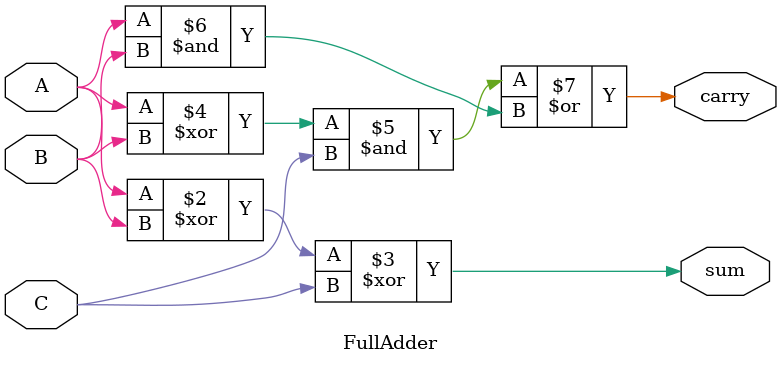
<source format=v>

module FullAdder(A, B, C, carry, sum);
    input A, B, C;
    output carry, sum;
    reg carry, sum;

    always @(*) begin
        sum = A^B^C;
        carry = ((A^B)&C)|(A&B);
    end
endmodule

/*
module testbench();
    reg inputA, inputB, inputC;
    wire outputC, outputS;
    FullAdder add(inputB, inputA, inputC, outputC, outputS);

    initial begin
        inputA = 1'b1;
        inputB = 1'b1;
        inputC = 1'b1;
        #60;
        $display("%b+%b+%b= %b%b",inputA,inputB,inputC,outputC,outputS);
        $display("%d+%d+%d= %2d",inputA,inputB,inputC,2*outputC+outputS);
    end
endmodule
*/
</source>
